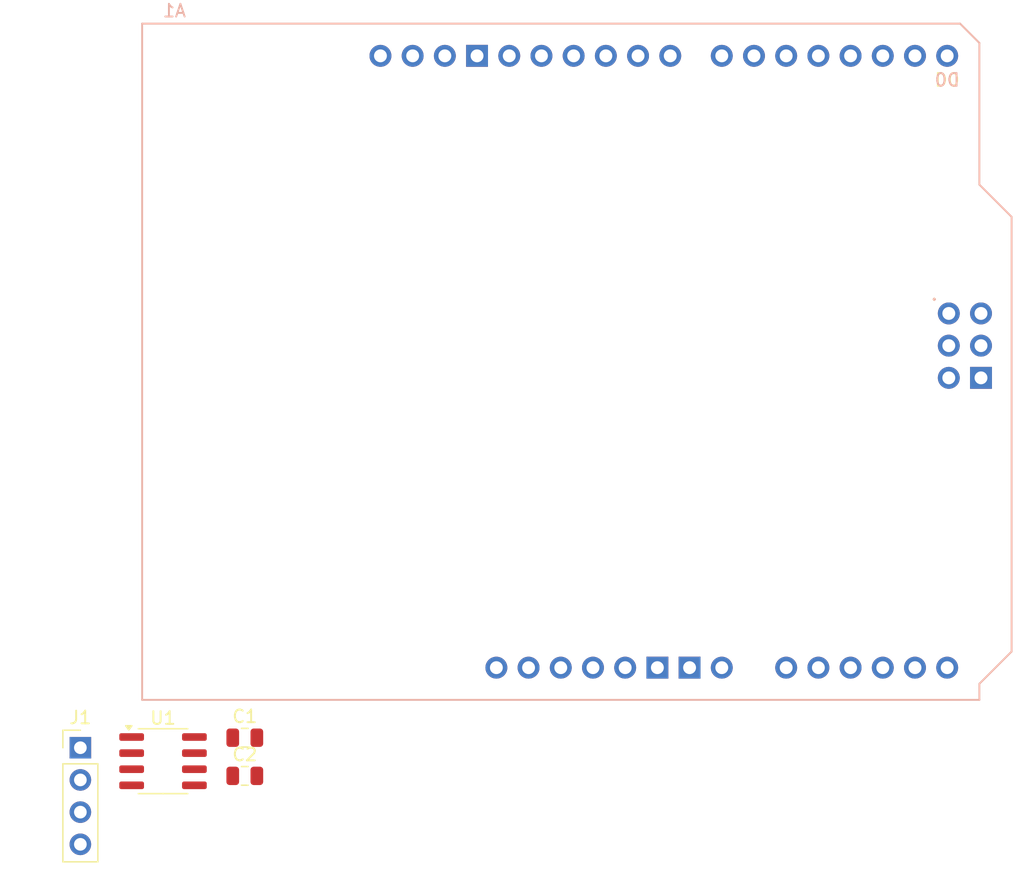
<source format=kicad_pcb>
(kicad_pcb (version 20241229) (generator "pcbnew") (generator_version "9.0")
  (layers (0 "F.Cu" signal) (2 "B.Cu" signal) (13 "F.Paste" user) (15 "B.Paste" user) (5 "F.SilkS" user "F.Silkscreen") (7 "B.SilkS" user "B.Silkscreen") (1 "F.Mask" user) (3 "B.Mask" user) (25 "Edge.Cuts" user))
  (net 0 "")
  (net 6 "Net-(J1-SDA)")
  (net 8 "Net-(U1-DI)")
  (net 15 "Net-(J1-SCL)")
  (net 18 "3V3")
  (net 22 "GND")
  (net 28 "Net-(U1-DE)")
  (net 33 "Net-(A1-D2_INT0)")
  (net 36 "/DATA-B_RS485")
  (net 37 "/DATA+A_RS485")
  (footprint "Connector_PinHeader_2.54mm:PinHeader_1x04_P2.54mm_Vertical" (layer "F.Cu") (at 100.98 121.44)
    (property "Reference" "J1" (at 0 -2.38 0) (layer "F.SilkS"))
    (property "Value" "Grove_VOC_eCO2")
    (fp_line (start -1.38 -1.38) (end 0 -1.38) (stroke (width 0.12)) (layer "F.SilkS"))
    (fp_line (start -1.38 0) (end -1.38 -1.38) (stroke (width 0.12)) (layer "F.SilkS"))
    (fp_line (start -1.38 1.27) (end -1.38 9) (stroke (width 0.12)) (layer "F.SilkS"))
    (fp_line (start -1.38 1.27) (end 1.38 1.27) (stroke (width 0.12)) (layer "F.SilkS"))
    (fp_line (start -1.38 9) (end 1.38 9) (stroke (width 0.12)) (layer "F.SilkS"))
    (fp_line (start 1.38 1.27) (end 1.38 9) (stroke (width 0.12)) (layer "F.SilkS"))
    (pad "1" thru_hole rect (at 0 0) (size 1.7 1.7) (drill 1) (layers "*.Cu" "*.Mask") (net 15 "Net-(J1-SCL)"))
    (pad "2" thru_hole circle (at 0 2.54) (size 1.7 1.7) (drill 1) (layers "*.Cu" "*.Mask") (net 6 "Net-(J1-SDA)"))
    (pad "3" thru_hole circle (at 0 5.08) (size 1.7 1.7) (drill 1) (layers "*.Cu" "*.Mask") (net 18 "3V3"))
    (pad "4" thru_hole circle (at 0 7.62) (size 1.7 1.7) (drill 1) (layers "*.Cu" "*.Mask") (net 22 "GND"))
  )
  (footprint "Package_SO:SOIC-8_3.9x4.9mm_P1.27mm" (layer "F.Cu") (at 107.5 122.5)
    (property "Reference" "U1" (at 0 -3.4 0) (layer "F.SilkS"))
    (property "Value" "MAX3485")
    (fp_line (start 0 -2.56) (end -1.95 -2.56) (stroke (width 0.12)) (layer "F.SilkS"))
    (fp_line (start 0 -2.56) (end 1.95 -2.56) (stroke (width 0.12)) (layer "F.SilkS"))
    (fp_line (start 0 2.56) (end -1.95 2.56) (stroke (width 0.12)) (layer "F.SilkS"))
    (fp_line (start 0 2.56) (end 1.95 2.56) (stroke (width 0.12)) (layer "F.SilkS"))
    (fp_poly (pts (xy -2.7 -2.465) (xy -2.94 -2.795) (xy -2.46 -2.795)) (stroke (width 0.12)) (fill yes) (layer "F.SilkS"))
    (pad "1" smd roundrect (at -2.475 -1.905) (size 1.95 0.6) (layers "F.Cu" "F.Mask" "F.Paste") (net 33 "Net-(A1-D2_INT0)"))
    (pad "2" smd roundrect (at -2.475 -0.635) (size 1.95 0.6) (layers "F.Cu" "F.Mask" "F.Paste") (net 28 "Net-(U1-DE)"))
    (pad "3" smd roundrect (at -2.475 0.635) (size 1.95 0.6) (layers "F.Cu" "F.Mask" "F.Paste") (net 28 "Net-(U1-DE)"))
    (pad "4" smd roundrect (at -2.475 1.905) (size 1.95 0.6) (layers "F.Cu" "F.Mask" "F.Paste") (net 8 "Net-(U1-DI)"))
    (pad "5" smd roundrect (at 2.475 1.905) (size 1.95 0.6) (layers "F.Cu" "F.Mask" "F.Paste") (net 22 "GND"))
    (pad "6" smd roundrect (at 2.475 0.635) (size 1.95 0.6) (layers "F.Cu" "F.Mask" "F.Paste") (net 37 "/DATA+A_RS485"))
    (pad "7" smd roundrect (at 2.475 -0.635) (size 1.95 0.6) (layers "F.Cu" "F.Mask" "F.Paste") (net 36 "/DATA-B_RS485"))
    (pad "8" smd roundrect (at 2.475 -1.905) (size 1.95 0.6) (layers "F.Cu" "F.Mask" "F.Paste") (net 18 "3V3"))
  )
  (footprint "Capacitor_SMD:C_0805_2012Metric" (layer "F.Cu") (at 113.95 120.65)
    (property "Reference" "C1" (at 0 -1.68 0) (layer "F.SilkS"))
    (property "Value" "100n")
    (fp_line (start -0.261252 -0.735) (end 0.261252 -0.735) (stroke (width 0.12)) (layer "F.SilkS"))
    (fp_line (start -0.261252 0.735) (end 0.261252 0.735) (stroke (width 0.12)) (layer "F.SilkS"))
    (pad "1" smd roundrect (at -0.95 0) (size 1 1.45) (layers "F.Cu" "F.Mask" "F.Paste") (net 18 "3V3"))
    (pad "2" smd roundrect (at 0.95 0) (size 1 1.45) (layers "F.Cu" "F.Mask" "F.Paste") (net 22 "GND"))
  )
  (footprint "arduino-library:Arduino_Uno_R3_Shield" (layer "F.Cu") (at 105.854 117.664237)
    (property "Reference" "A1" (at 2.54 -54.356 0) (layer "B.SilkS") (effects (justify mirror)))
    (property "Value" "Arduino_Uno_R3_Shield")
    (fp_line (start 0 -53.34) (end 0 0) (stroke (width 0.15)) (layer "B.SilkS"))
    (fp_line (start 0 -53.34) (end 64.516 -53.34) (stroke (width 0.15)) (layer "B.SilkS"))
    (fp_line (start 0 0) (end 66.04 0) (stroke (width 0.15)) (layer "B.SilkS"))
    (fp_line (start 64.516 -53.34) (end 66.04 -51.816) (stroke (width 0.15)) (layer "B.SilkS"))
    (fp_line (start 66.04 -40.64) (end 66.04 -51.816) (stroke (width 0.15)) (layer "B.SilkS"))
    (fp_line (start 66.04 -1.27) (end 68.58 -3.81) (stroke (width 0.15)) (layer "B.SilkS"))
    (fp_line (start 66.04 0) (end 66.04 -1.27) (stroke (width 0.15)) (layer "B.SilkS"))
    (fp_line (start 68.58 -38.1) (end 66.04 -40.64) (stroke (width 0.15)) (layer "B.SilkS"))
    (fp_line (start 68.58 -3.81) (end 68.58 -38.1) (stroke (width 0.15)) (layer "B.SilkS"))
    (fp_text user "." (at 62.484 -32.004 0) (layer "F.SilkS"))
    (fp_text user "D0" (at 63.5 -48.895 0) (layer "F.SilkS"))
    (fp_text user "D0" (at 63.5 -48.895 0) (layer "B.SilkS") (effects (justify mirror)))
    (fp_text user "." (at 62.484 -32.004 0) (layer "B.SilkS"))
    (pad "" np_thru_hole circle (at 13.97 -2.54) (size 3.2 3.2) (drill 3.2) (layers "*.Cu" "*.Mask"))
    (pad "" np_thru_hole circle (at 15.24 -50.8) (size 3.2 3.2) (drill 3.2) (layers "*.Cu" "*.Mask"))
    (pad "" thru_hole oval (at 27.94 -2.54) (size 1.7272 1.7272) (drill 1.016) (layers "*.Cu" "*.Mask"))
    (pad "" np_thru_hole circle (at 66.04 -35.56) (size 3.2 3.2) (drill 3.2) (layers "*.Cu" "*.Mask"))
    (pad "" np_thru_hole circle (at 66.04 -7.62) (size 3.2 3.2) (drill 3.2) (layers "*.Cu" "*.Mask"))
    (pad "3V3" thru_hole oval (at 35.56 -2.54) (size 1.7272 1.7272) (drill 1.016) (layers "*.Cu" "*.Mask") (net 18 "3V3"))
    (pad "5V1" thru_hole oval (at 38.1 -2.54) (size 1.7272 1.7272) (drill 1.016) (layers "*.Cu" "*.Mask"))
    (pad "5V2" thru_hole oval (at 66.167 -30.48) (size 1.7272 1.7272) (drill 1.016) (layers "*.Cu" "*.Mask"))
    (pad "A0" thru_hole oval (at 50.8 -2.54) (size 1.7272 1.7272) (drill 1.016) (layers "*.Cu" "*.Mask"))
    (pad "A1" thru_hole oval (at 53.34 -2.54) (size 1.7272 1.7272) (drill 1.016) (layers "*.Cu" "*.Mask"))
    (pad "A2" thru_hole oval (at 55.88 -2.54) (size 1.7272 1.7272) (drill 1.016) (layers "*.Cu" "*.Mask"))
    (pad "A3" thru_hole oval (at 58.42 -2.54) (size 1.7272 1.7272) (drill 1.016) (layers "*.Cu" "*.Mask"))
    (pad "A4" thru_hole oval (at 60.96 -2.54) (size 1.7272 1.7272) (drill 1.016) (layers "*.Cu" "*.Mask"))
    (pad "A5" thru_hole oval (at 63.5 -2.54) (size 1.7272 1.7272) (drill 1.016) (layers "*.Cu" "*.Mask"))
    (pad "AREF" thru_hole oval (at 23.876 -50.8) (size 1.7272 1.7272) (drill 1.016) (layers "*.Cu" "*.Mask"))
    (pad "D0" thru_hole oval (at 63.5 -50.8) (size 1.7272 1.7272) (drill 1.016) (layers "*.Cu" "*.Mask"))
    (pad "D1" thru_hole oval (at 60.96 -50.8) (size 1.7272 1.7272) (drill 1.016) (layers "*.Cu" "*.Mask"))
    (pad "D2" thru_hole oval (at 58.42 -50.8) (size 1.7272 1.7272) (drill 1.016) (layers "*.Cu" "*.Mask") (net 33 "Net-(A1-D2_INT0)"))
    (pad "D3" thru_hole oval (at 55.88 -50.8) (size 1.7272 1.7272) (drill 1.016) (layers "*.Cu" "*.Mask"))
    (pad "D4" thru_hole oval (at 53.34 -50.8) (size 1.7272 1.7272) (drill 1.016) (layers "*.Cu" "*.Mask"))
    (pad "D5" thru_hole oval (at 50.8 -50.8) (size 1.7272 1.7272) (drill 1.016) (layers "*.Cu" "*.Mask"))
    (pad "D6" thru_hole oval (at 48.26 -50.8) (size 1.7272 1.7272) (drill 1.016) (layers "*.Cu" "*.Mask"))
    (pad "D7" thru_hole oval (at 45.72 -50.8) (size 1.7272 1.7272) (drill 1.016) (layers "*.Cu" "*.Mask"))
    (pad "D8" thru_hole oval (at 41.656 -50.8) (size 1.7272 1.7272) (drill 1.016) (layers "*.Cu" "*.Mask") (net 8 "Net-(U1-DI)"))
    (pad "D9" thru_hole oval (at 39.116 -50.8) (size 1.7272 1.7272) (drill 1.016) (layers "*.Cu" "*.Mask"))
    (pad "D10" thru_hole oval (at 36.576 -50.8) (size 1.7272 1.7272) (drill 1.016) (layers "*.Cu" "*.Mask"))
    (pad "D11" thru_hole oval (at 34.036 -50.8) (size 1.7272 1.7272) (drill 1.016) (layers "*.Cu" "*.Mask"))
    (pad "D12" thru_hole oval (at 31.496 -50.8) (size 1.7272 1.7272) (drill 1.016) (layers "*.Cu" "*.Mask"))
    (pad "D13" thru_hole oval (at 28.956 -50.8) (size 1.7272 1.7272) (drill 1.016) (layers "*.Cu" "*.Mask") (net 28 "Net-(U1-DE)"))
    (pad "GND1" thru_hole rect (at 26.416 -50.8) (size 1.7272 1.7272) (drill 1.016) (layers "*.Cu" "*.Mask") (net 22 "GND"))
    (pad "GND2" thru_hole rect (at 40.64 -2.54) (size 1.7272 1.7272) (drill 1.016) (layers "*.Cu" "*.Mask") (net 22 "GND"))
    (pad "GND3" thru_hole rect (at 43.18 -2.54) (size 1.7272 1.7272) (drill 1.016) (layers "*.Cu" "*.Mask") (net 22 "GND"))
    (pad "GND4" thru_hole rect (at 66.167 -25.4) (size 1.7272 1.7272) (drill 1.016) (layers "*.Cu" "*.Mask"))
    (pad "IORF" thru_hole oval (at 30.48 -2.54) (size 1.7272 1.7272) (drill 1.016) (layers "*.Cu" "*.Mask"))
    (pad "MISO" thru_hole oval (at 63.627 -30.48) (size 1.7272 1.7272) (drill 1.016) (layers "*.Cu" "*.Mask"))
    (pad "MOSI" thru_hole oval (at 66.167 -27.94) (size 1.7272 1.7272) (drill 1.016) (layers "*.Cu" "*.Mask"))
    (pad "RST1" thru_hole oval (at 33.02 -2.54) (size 1.7272 1.7272) (drill 1.016) (layers "*.Cu" "*.Mask"))
    (pad "RST2" thru_hole oval (at 63.627 -25.4) (size 1.7272 1.7272) (drill 1.016) (layers "*.Cu" "*.Mask"))
    (pad "SCK" thru_hole oval (at 63.627 -27.94) (size 1.7272 1.7272) (drill 1.016) (layers "*.Cu" "*.Mask"))
    (pad "SCL" thru_hole oval (at 18.796 -50.8) (size 1.7272 1.7272) (drill 1.016) (layers "*.Cu" "*.Mask") (net 15 "Net-(J1-SCL)"))
    (pad "SDA" thru_hole oval (at 21.336 -50.8) (size 1.7272 1.7272) (drill 1.016) (layers "*.Cu" "*.Mask") (net 6 "Net-(J1-SDA)"))
    (pad "VIN" thru_hole oval (at 45.72 -2.54) (size 1.7272 1.7272) (drill 1.016) (layers "*.Cu" "*.Mask"))
  )
  (footprint "Capacitor_SMD:C_0805_2012Metric" (layer "F.Cu") (at 113.95 123.66)
    (property "Reference" "C2" (at 0 -1.68 0) (layer "F.SilkS"))
    (property "Value" "100n")
    (fp_line (start -0.261252 -0.735) (end 0.261252 -0.735) (stroke (width 0.12)) (layer "F.SilkS"))
    (fp_line (start -0.261252 0.735) (end 0.261252 0.735) (stroke (width 0.12)) (layer "F.SilkS"))
    (pad "1" smd roundrect (at -0.95 0) (size 1 1.45) (layers "F.Cu" "F.Mask" "F.Paste") (net 18 "3V3"))
    (pad "2" smd roundrect (at 0.95 0) (size 1 1.45) (layers "F.Cu" "F.Mask" "F.Paste") (net 22 "GND"))
  )
)
</source>
